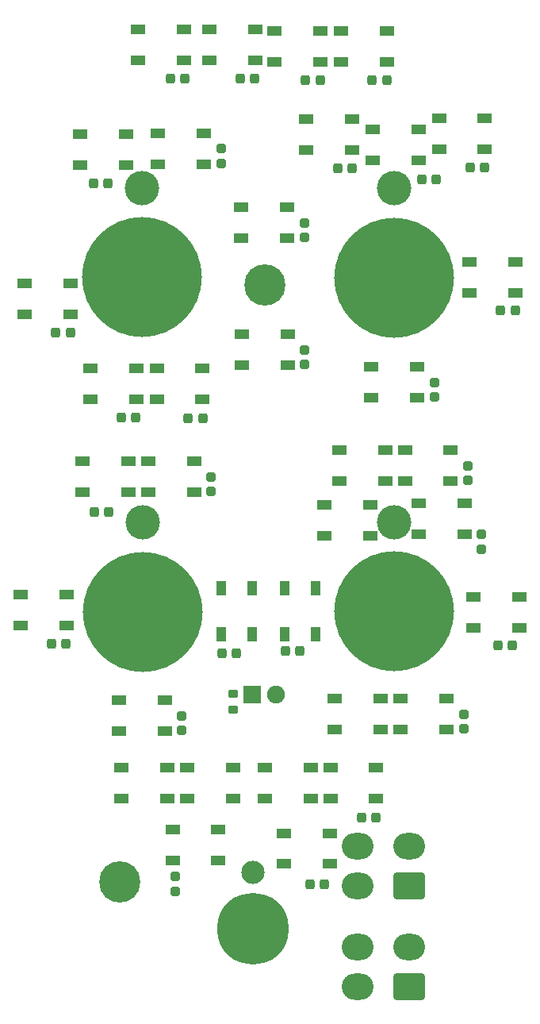
<source format=gbr>
%TF.GenerationSoftware,KiCad,Pcbnew,(6.0.9)*%
%TF.CreationDate,2022-12-26T22:33:28-09:00*%
%TF.ProjectId,PCB_ SIM POWER PANEL,5043422c-2053-4494-9d20-504f57455220,rev?*%
%TF.SameCoordinates,Original*%
%TF.FileFunction,Soldermask,Top*%
%TF.FilePolarity,Negative*%
%FSLAX46Y46*%
G04 Gerber Fmt 4.6, Leading zero omitted, Abs format (unit mm)*
G04 Created by KiCad (PCBNEW (6.0.9)) date 2022-12-26 22:33:28*
%MOMM*%
%LPD*%
G01*
G04 APERTURE LIST*
G04 Aperture macros list*
%AMRoundRect*
0 Rectangle with rounded corners*
0 $1 Rounding radius*
0 $2 $3 $4 $5 $6 $7 $8 $9 X,Y pos of 4 corners*
0 Add a 4 corners polygon primitive as box body*
4,1,4,$2,$3,$4,$5,$6,$7,$8,$9,$2,$3,0*
0 Add four circle primitives for the rounded corners*
1,1,$1+$1,$2,$3*
1,1,$1+$1,$4,$5*
1,1,$1+$1,$6,$7*
1,1,$1+$1,$8,$9*
0 Add four rect primitives between the rounded corners*
20,1,$1+$1,$2,$3,$4,$5,0*
20,1,$1+$1,$4,$5,$6,$7,0*
20,1,$1+$1,$6,$7,$8,$9,0*
20,1,$1+$1,$8,$9,$2,$3,0*%
G04 Aperture macros list end*
%ADD10RoundRect,0.250000X-0.275000X0.200000X-0.275000X-0.200000X0.275000X-0.200000X0.275000X0.200000X0*%
%ADD11RoundRect,0.300001X1.399999X-1.099999X1.399999X1.099999X-1.399999X1.099999X-1.399999X-1.099999X0*%
%ADD12O,3.400000X2.800000*%
%ADD13C,4.400000*%
%ADD14RoundRect,0.050000X-0.900000X-0.900000X0.900000X-0.900000X0.900000X0.900000X-0.900000X0.900000X0*%
%ADD15C,1.900000*%
%ADD16RoundRect,0.050000X-0.750000X-0.450000X0.750000X-0.450000X0.750000X0.450000X-0.750000X0.450000X0*%
%ADD17RoundRect,0.050000X-0.450000X0.750000X-0.450000X-0.750000X0.450000X-0.750000X0.450000X0.750000X0*%
%ADD18RoundRect,0.275000X-0.225000X-0.250000X0.225000X-0.250000X0.225000X0.250000X-0.225000X0.250000X0*%
%ADD19RoundRect,0.275000X0.250000X-0.225000X0.250000X0.225000X-0.250000X0.225000X-0.250000X-0.225000X0*%
%ADD20RoundRect,0.275000X-0.250000X0.225000X-0.250000X-0.225000X0.250000X-0.225000X0.250000X0.225000X0*%
%ADD21RoundRect,0.275000X0.225000X0.250000X-0.225000X0.250000X-0.225000X-0.250000X0.225000X-0.250000X0*%
%ADD22C,3.672000*%
%ADD23C,12.800000*%
%ADD24C,7.640752*%
%ADD25C,2.481250*%
G04 APERTURE END LIST*
D10*
%TO.C,R1*%
X234091000Y-122578000D03*
X234091000Y-124228000D03*
%TD*%
D11*
%TO.C,J2*%
X252850000Y-153760000D03*
D12*
X252850000Y-149560000D03*
X247350000Y-153760000D03*
X247350000Y-149560000D03*
%TD*%
D11*
%TO.C,J1*%
X252870000Y-142990000D03*
D12*
X252870000Y-138790000D03*
X247370000Y-142990000D03*
X247370000Y-138790000D03*
%TD*%
D13*
%TO.C,H2*%
X221960000Y-142570000D03*
%TD*%
%TO.C,H1*%
X237460000Y-78970000D03*
%TD*%
D14*
%TO.C,D36*%
X236113000Y-122588000D03*
D15*
X238653000Y-122588000D03*
%TD*%
D16*
%TO.C,D35*%
X239500000Y-137400000D03*
X239500000Y-140700000D03*
X244400000Y-140700000D03*
X244400000Y-137400000D03*
%TD*%
%TO.C,D34*%
X244450000Y-130450000D03*
X244450000Y-133750000D03*
X249350000Y-133750000D03*
X249350000Y-130450000D03*
%TD*%
%TO.C,D33*%
X237450000Y-130450000D03*
X237450000Y-133750000D03*
X242350000Y-133750000D03*
X242350000Y-130450000D03*
%TD*%
%TO.C,D32*%
X227600000Y-137000000D03*
X227600000Y-140300000D03*
X232500000Y-140300000D03*
X232500000Y-137000000D03*
%TD*%
%TO.C,D31*%
X229200000Y-130450000D03*
X229200000Y-133750000D03*
X234100000Y-133750000D03*
X234100000Y-130450000D03*
%TD*%
%TO.C,D30*%
X222150000Y-130450000D03*
X222150000Y-133750000D03*
X227050000Y-133750000D03*
X227050000Y-130450000D03*
%TD*%
%TO.C,D29*%
X211350000Y-111950000D03*
X211350000Y-115250000D03*
X216250000Y-115250000D03*
X216250000Y-111950000D03*
%TD*%
%TO.C,D28*%
X221850000Y-123200000D03*
X221850000Y-126500000D03*
X226750000Y-126500000D03*
X226750000Y-123200000D03*
%TD*%
D17*
%TO.C,D27*%
X236100000Y-111250000D03*
X232800000Y-111250000D03*
X232800000Y-116150000D03*
X236100000Y-116150000D03*
%TD*%
%TO.C,D26*%
X242900000Y-111250000D03*
X239600000Y-111250000D03*
X239600000Y-116150000D03*
X242900000Y-116150000D03*
%TD*%
D16*
%TO.C,D25*%
X244900000Y-123050000D03*
X244900000Y-126350000D03*
X249800000Y-126350000D03*
X249800000Y-123050000D03*
%TD*%
%TO.C,D24*%
X251950000Y-123050000D03*
X251950000Y-126350000D03*
X256850000Y-126350000D03*
X256850000Y-123050000D03*
%TD*%
%TO.C,D23*%
X259750000Y-112250000D03*
X259750000Y-115550000D03*
X264650000Y-115550000D03*
X264650000Y-112250000D03*
%TD*%
%TO.C,D22*%
X253850000Y-102250000D03*
X253850000Y-105550000D03*
X258750000Y-105550000D03*
X258750000Y-102250000D03*
%TD*%
%TO.C,D21*%
X243800000Y-102350000D03*
X243800000Y-105650000D03*
X248700000Y-105650000D03*
X248700000Y-102350000D03*
%TD*%
%TO.C,D20*%
X252400000Y-96550000D03*
X252400000Y-99850000D03*
X257300000Y-99850000D03*
X257300000Y-96550000D03*
%TD*%
%TO.C,D19*%
X245400000Y-96550000D03*
X245400000Y-99850000D03*
X250300000Y-99850000D03*
X250300000Y-96550000D03*
%TD*%
%TO.C,D18*%
X225000000Y-97750000D03*
X225000000Y-101050000D03*
X229900000Y-101050000D03*
X229900000Y-97750000D03*
%TD*%
%TO.C,D17*%
X218000000Y-97750000D03*
X218000000Y-101050000D03*
X222900000Y-101050000D03*
X222900000Y-97750000D03*
%TD*%
%TO.C,D16*%
X211800000Y-78750000D03*
X211800000Y-82050000D03*
X216700000Y-82050000D03*
X216700000Y-78750000D03*
%TD*%
%TO.C,D15*%
X218800000Y-87850000D03*
X218800000Y-91150000D03*
X223700000Y-91150000D03*
X223700000Y-87850000D03*
%TD*%
%TO.C,D14*%
X225900000Y-87850000D03*
X225900000Y-91150000D03*
X230800000Y-91150000D03*
X230800000Y-87850000D03*
%TD*%
%TO.C,D13*%
X235000000Y-84150000D03*
X235000000Y-87450000D03*
X239900000Y-87450000D03*
X239900000Y-84150000D03*
%TD*%
%TO.C,D12*%
X248800000Y-87650000D03*
X248800000Y-90950000D03*
X253700000Y-90950000D03*
X253700000Y-87650000D03*
%TD*%
%TO.C,D11*%
X259300000Y-76450000D03*
X259300000Y-79750000D03*
X264200000Y-79750000D03*
X264200000Y-76450000D03*
%TD*%
%TO.C,D10*%
X256050000Y-61150000D03*
X256050000Y-64450000D03*
X260950000Y-64450000D03*
X260950000Y-61150000D03*
%TD*%
%TO.C,D9*%
X249000000Y-62350000D03*
X249000000Y-65650000D03*
X253900000Y-65650000D03*
X253900000Y-62350000D03*
%TD*%
%TO.C,D8*%
X241900000Y-61250000D03*
X241900000Y-64550000D03*
X246800000Y-64550000D03*
X246800000Y-61250000D03*
%TD*%
%TO.C,D7*%
X234950000Y-70650000D03*
X234950000Y-73950000D03*
X239850000Y-73950000D03*
X239850000Y-70650000D03*
%TD*%
%TO.C,D6*%
X226000000Y-62750000D03*
X226000000Y-66050000D03*
X230900000Y-66050000D03*
X230900000Y-62750000D03*
%TD*%
%TO.C,D5*%
X217700000Y-62850000D03*
X217700000Y-66150000D03*
X222600000Y-66150000D03*
X222600000Y-62850000D03*
%TD*%
%TO.C,D4*%
X245600000Y-51850000D03*
X245600000Y-55150000D03*
X250500000Y-55150000D03*
X250500000Y-51850000D03*
%TD*%
%TO.C,D3*%
X238500000Y-51850000D03*
X238500000Y-55150000D03*
X243400000Y-55150000D03*
X243400000Y-51850000D03*
%TD*%
%TO.C,D2*%
X231500000Y-51650000D03*
X231500000Y-54950000D03*
X236400000Y-54950000D03*
X236400000Y-51650000D03*
%TD*%
%TO.C,D1*%
X223950000Y-51650000D03*
X223950000Y-54950000D03*
X228850000Y-54950000D03*
X228850000Y-51650000D03*
%TD*%
D18*
%TO.C,C30*%
X242280000Y-142860000D03*
X243830000Y-142860000D03*
%TD*%
%TO.C,C29*%
X247800000Y-135725000D03*
X249350000Y-135725000D03*
%TD*%
D19*
%TO.C,C28*%
X227910000Y-143605000D03*
X227910000Y-142055000D03*
%TD*%
D20*
%TO.C,C27*%
X228575000Y-124900000D03*
X228575000Y-126450000D03*
%TD*%
D18*
%TO.C,C26*%
X214675000Y-117225000D03*
X216225000Y-117225000D03*
%TD*%
D21*
%TO.C,C25*%
X241200000Y-117975000D03*
X239650000Y-117975000D03*
%TD*%
%TO.C,C24*%
X234425000Y-118225000D03*
X232875000Y-118225000D03*
%TD*%
D20*
%TO.C,C23*%
X258675000Y-124750000D03*
X258675000Y-126300000D03*
%TD*%
D18*
%TO.C,C22*%
X262350000Y-117390000D03*
X263900000Y-117390000D03*
%TD*%
D19*
%TO.C,C21*%
X260610000Y-107090000D03*
X260610000Y-105540000D03*
%TD*%
D20*
%TO.C,C20*%
X259125000Y-98250000D03*
X259125000Y-99800000D03*
%TD*%
%TO.C,C19*%
X231725000Y-99425000D03*
X231725000Y-100975000D03*
%TD*%
D18*
%TO.C,C18*%
X219250000Y-103125000D03*
X220800000Y-103125000D03*
%TD*%
%TO.C,C17*%
X222137000Y-93075000D03*
X223687000Y-93075000D03*
%TD*%
%TO.C,C16*%
X229263000Y-93125000D03*
X230813000Y-93125000D03*
%TD*%
D20*
%TO.C,C15*%
X255575000Y-89337500D03*
X255575000Y-90887500D03*
%TD*%
%TO.C,C14*%
X241725000Y-85837500D03*
X241725000Y-87387500D03*
%TD*%
D18*
%TO.C,C13*%
X262637000Y-81625000D03*
X264187000Y-81625000D03*
%TD*%
%TO.C,C12*%
X215137000Y-83975000D03*
X216687000Y-83975000D03*
%TD*%
%TO.C,C11*%
X259375000Y-66400000D03*
X260925000Y-66400000D03*
%TD*%
D21*
%TO.C,C10*%
X255737000Y-67650000D03*
X254187000Y-67650000D03*
%TD*%
D18*
%TO.C,C9*%
X245237000Y-66525000D03*
X246787000Y-66525000D03*
%TD*%
D20*
%TO.C,C8*%
X241700000Y-72337500D03*
X241700000Y-73887500D03*
%TD*%
%TO.C,C7*%
X232800000Y-64412500D03*
X232800000Y-65962500D03*
%TD*%
D18*
%TO.C,C6*%
X219137000Y-68100000D03*
X220687000Y-68100000D03*
%TD*%
%TO.C,C5*%
X248925000Y-57100000D03*
X250475000Y-57100000D03*
%TD*%
%TO.C,C4*%
X241813000Y-57100000D03*
X243363000Y-57100000D03*
%TD*%
%TO.C,C3*%
X234825000Y-56950000D03*
X236375000Y-56950000D03*
%TD*%
%TO.C,C2*%
X227363000Y-56950000D03*
X228913000Y-56950000D03*
%TD*%
D22*
%TO.C,REF\u002A\u002A*%
X251280000Y-68645000D03*
D23*
X251280000Y-78170000D03*
X251280000Y-78170000D03*
%TD*%
%TO.C,REF\u002A\u002A*%
X224370000Y-78130000D03*
D22*
X224370000Y-68605000D03*
D23*
X224370000Y-78130000D03*
%TD*%
D22*
%TO.C,REF\u002A\u002A*%
X251280000Y-104245000D03*
D23*
X251280000Y-113770000D03*
X251280000Y-113770000D03*
%TD*%
%TO.C,REF\u002A\u002A*%
X224400000Y-113780000D03*
X224400000Y-113780000D03*
D22*
X224400000Y-104255000D03*
%TD*%
D24*
%TO.C,REF\u002A\u002A*%
X236200000Y-147600000D03*
D25*
X236200000Y-141600000D03*
D24*
X236200000Y-147600000D03*
%TD*%
M02*

</source>
